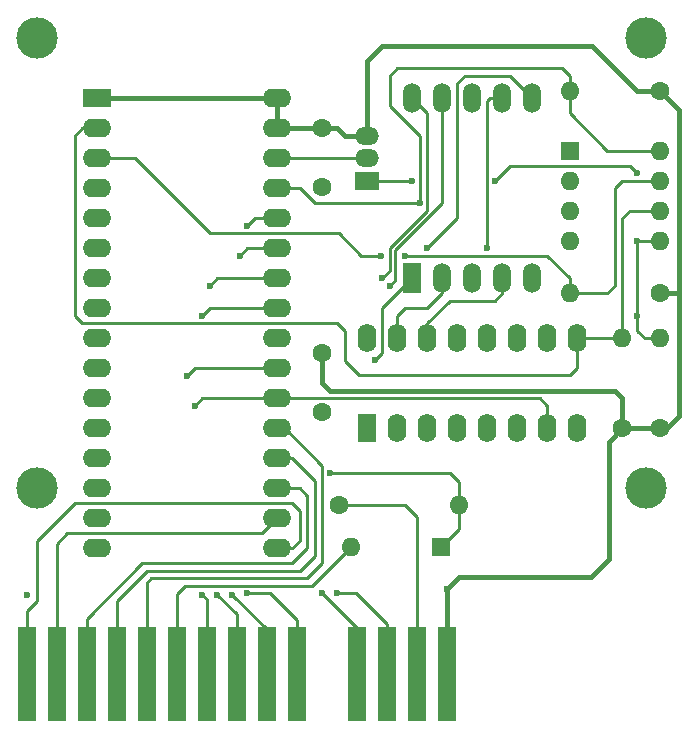
<source format=gtl>
%TF.GenerationSoftware,KiCad,Pcbnew,(5.1.8)-1*%
%TF.CreationDate,2021-04-16T20:09:20+02:00*%
%TF.ProjectId,ZX Cartridge 1983,5a582043-6172-4747-9269-646765203139,rev?*%
%TF.SameCoordinates,Original*%
%TF.FileFunction,Copper,L1,Top*%
%TF.FilePolarity,Positive*%
%FSLAX46Y46*%
G04 Gerber Fmt 4.6, Leading zero omitted, Abs format (unit mm)*
G04 Created by KiCad (PCBNEW (5.1.8)-1) date 2021-04-16 20:09:20*
%MOMM*%
%LPD*%
G01*
G04 APERTURE LIST*
%TA.AperFunction,ComponentPad*%
%ADD10C,1.600000*%
%TD*%
%TA.AperFunction,ComponentPad*%
%ADD11R,1.600000X2.400000*%
%TD*%
%TA.AperFunction,ComponentPad*%
%ADD12O,1.600000X2.400000*%
%TD*%
%TA.AperFunction,ComponentPad*%
%ADD13C,3.500000*%
%TD*%
%TA.AperFunction,SMDPad,CuDef*%
%ADD14O,2.000000X1.500000*%
%TD*%
%TA.AperFunction,SMDPad,CuDef*%
%ADD15R,2.000000X1.500000*%
%TD*%
%TA.AperFunction,ConnectorPad*%
%ADD16R,1.500000X8.000000*%
%TD*%
%TA.AperFunction,ComponentPad*%
%ADD17R,2.400000X1.600000*%
%TD*%
%TA.AperFunction,ComponentPad*%
%ADD18O,2.400000X1.600000*%
%TD*%
%TA.AperFunction,ComponentPad*%
%ADD19O,1.524000X2.524000*%
%TD*%
%TA.AperFunction,ComponentPad*%
%ADD20R,1.524000X2.524000*%
%TD*%
%TA.AperFunction,ComponentPad*%
%ADD21R,1.600000X1.600000*%
%TD*%
%TA.AperFunction,ComponentPad*%
%ADD22O,1.600000X1.600000*%
%TD*%
%TA.AperFunction,ViaPad*%
%ADD23C,0.600000*%
%TD*%
%TA.AperFunction,Conductor*%
%ADD24C,0.250000*%
%TD*%
%TA.AperFunction,Conductor*%
%ADD25C,0.381000*%
%TD*%
G04 APERTURE END LIST*
D10*
%TO.P,C2,1*%
%TO.N,VCC*%
X147574000Y-88900000D03*
%TO.P,C2,2*%
%TO.N,GND*%
X147574000Y-93900000D03*
%TD*%
D11*
%TO.P,U2,1*%
%TO.N,Net-(AFF1-Pad1)*%
X151384000Y-95250000D03*
D12*
%TO.P,U2,9*%
%TO.N,/BA16*%
X169164000Y-87630000D03*
%TO.P,U2,2*%
%TO.N,Net-(AFF1-Pad9)*%
X153924000Y-95250000D03*
%TO.P,U2,10*%
%TO.N,Net-(JP2-Pad1)*%
X166624000Y-87630000D03*
%TO.P,U2,3*%
%TO.N,Net-(AFF1-Pad10)*%
X156464000Y-95250000D03*
%TO.P,U2,11*%
%TO.N,N/C*%
X164084000Y-87630000D03*
%TO.P,U2,4*%
X159004000Y-95250000D03*
%TO.P,U2,12*%
%TO.N,Net-(AFF1-Pad7)*%
X161544000Y-87630000D03*
%TO.P,U2,5*%
%TO.N,/BA14*%
X161544000Y-95250000D03*
%TO.P,U2,13*%
%TO.N,Net-(AFF1-Pad6)*%
X159004000Y-87630000D03*
%TO.P,U2,6*%
%TO.N,/BA15*%
X164084000Y-95250000D03*
%TO.P,U2,14*%
%TO.N,Net-(AFF1-Pad4)*%
X156464000Y-87630000D03*
%TO.P,U2,7*%
%TO.N,/~MREQ*%
X166624000Y-95250000D03*
%TO.P,U2,15*%
%TO.N,Net-(AFF1-Pad2)*%
X153924000Y-87630000D03*
%TO.P,U2,8*%
%TO.N,GND*%
X169164000Y-95250000D03*
%TO.P,U2,16*%
%TO.N,VCC*%
X151384000Y-87630000D03*
%TD*%
D10*
%TO.P,C1,1*%
%TO.N,VCC*%
X147574000Y-69850000D03*
%TO.P,C1,2*%
%TO.N,GND*%
X147574000Y-74850000D03*
%TD*%
D13*
%TO.P,M1,1*%
%TO.N,N/C*%
X123444000Y-100330000D03*
%TD*%
%TO.P,M2,1*%
%TO.N,N/C*%
X175011000Y-100330000D03*
%TD*%
%TO.P,M3,1*%
%TO.N,N/C*%
X175011000Y-62230000D03*
%TD*%
%TO.P,M4,1*%
%TO.N,N/C*%
X123444000Y-62230000D03*
%TD*%
D14*
%TO.P,JP2,3*%
%TO.N,VCC*%
X151384000Y-70485000D03*
%TO.P,JP2,2*%
%TO.N,/BA17*%
X151384000Y-72390000D03*
D15*
%TO.P,JP2,1*%
%TO.N,Net-(JP2-Pad1)*%
X151384000Y-74295000D03*
%TD*%
D16*
%TO.P,J1,A1*%
%TO.N,/D3*%
X122555000Y-116078000D03*
%TO.P,J1,A2*%
%TO.N,/D4*%
X125095000Y-116078000D03*
%TO.P,J1,A3*%
%TO.N,/D5*%
X127635000Y-116078000D03*
%TO.P,J1,A4*%
%TO.N,/D6*%
X130175000Y-116078000D03*
%TO.P,J1,A5*%
%TO.N,/D7*%
X132715000Y-116078000D03*
%TO.P,J1,A6*%
%TO.N,/A14*%
X135255000Y-116078000D03*
%TO.P,J1,A7*%
%TO.N,/A10*%
X137795000Y-116078000D03*
%TO.P,J1,A8*%
%TO.N,/~MREQ*%
X140335000Y-116078000D03*
%TO.P,J1,A9*%
%TO.N,/A11*%
X142875000Y-116078000D03*
%TO.P,J1,A10*%
%TO.N,/A9*%
X145415000Y-116078000D03*
%TO.P,J1,A12*%
%TO.N,/A8*%
X150495000Y-116078000D03*
%TO.P,J1,A13*%
%TO.N,/A13*%
X153035000Y-116078000D03*
%TO.P,J1,A14*%
%TO.N,/A15*%
X155575000Y-116078000D03*
%TO.P,J1,A15*%
%TO.N,VCC*%
X158115000Y-116078000D03*
%TD*%
D17*
%TO.P,U1,1*%
%TO.N,VCC*%
X128524000Y-67310000D03*
D18*
%TO.P,U1,17*%
%TO.N,/D3*%
X143764000Y-105410000D03*
%TO.P,U1,2*%
%TO.N,/BA16*%
X128524000Y-69850000D03*
%TO.P,U1,18*%
%TO.N,/D4*%
X143764000Y-102870000D03*
%TO.P,U1,3*%
%TO.N,/BA15*%
X128524000Y-72390000D03*
%TO.P,U1,19*%
%TO.N,/D5*%
X143764000Y-100330000D03*
%TO.P,U1,4*%
%TO.N,/A12*%
X128524000Y-74930000D03*
%TO.P,U1,20*%
%TO.N,/D6*%
X143764000Y-97790000D03*
%TO.P,U1,5*%
%TO.N,/A7*%
X128524000Y-77470000D03*
%TO.P,U1,21*%
%TO.N,/D7*%
X143764000Y-95250000D03*
%TO.P,U1,6*%
%TO.N,/A6*%
X128524000Y-80010000D03*
%TO.P,U1,22*%
%TO.N,/~MREQ*%
X143764000Y-92710000D03*
%TO.P,U1,7*%
%TO.N,/A5*%
X128524000Y-82550000D03*
%TO.P,U1,23*%
%TO.N,/A10*%
X143764000Y-90170000D03*
%TO.P,U1,8*%
%TO.N,/A4*%
X128524000Y-85090000D03*
%TO.P,U1,24*%
%TO.N,/~ROM_OE*%
X143764000Y-87630000D03*
%TO.P,U1,9*%
%TO.N,/A3*%
X128524000Y-87630000D03*
%TO.P,U1,25*%
%TO.N,/A11*%
X143764000Y-85090000D03*
%TO.P,U1,10*%
%TO.N,/A2*%
X128524000Y-90170000D03*
%TO.P,U1,26*%
%TO.N,/A9*%
X143764000Y-82550000D03*
%TO.P,U1,11*%
%TO.N,/A1*%
X128524000Y-92710000D03*
%TO.P,U1,27*%
%TO.N,/A8*%
X143764000Y-80010000D03*
%TO.P,U1,12*%
%TO.N,/A0*%
X128524000Y-95250000D03*
%TO.P,U1,28*%
%TO.N,/A13*%
X143764000Y-77470000D03*
%TO.P,U1,13*%
%TO.N,/D0*%
X128524000Y-97790000D03*
%TO.P,U1,29*%
%TO.N,/BA14*%
X143764000Y-74930000D03*
%TO.P,U1,14*%
%TO.N,/D1*%
X128524000Y-100330000D03*
%TO.P,U1,30*%
%TO.N,/BA17*%
X143764000Y-72390000D03*
%TO.P,U1,15*%
%TO.N,/D2*%
X128524000Y-102870000D03*
%TO.P,U1,31*%
%TO.N,VCC*%
X143764000Y-69850000D03*
%TO.P,U1,16*%
%TO.N,GND*%
X128524000Y-105410000D03*
%TO.P,U1,32*%
%TO.N,VCC*%
X143764000Y-67310000D03*
%TD*%
D19*
%TO.P,AFF1,10*%
%TO.N,Net-(AFF1-Pad10)*%
X155194000Y-67310000D03*
%TO.P,AFF1,9*%
%TO.N,Net-(AFF1-Pad9)*%
X157734000Y-67310000D03*
%TO.P,AFF1,8*%
%TO.N,GND*%
X160274000Y-67310000D03*
%TO.P,AFF1,7*%
%TO.N,Net-(AFF1-Pad7)*%
X162814000Y-67310000D03*
%TO.P,AFF1,6*%
%TO.N,Net-(AFF1-Pad6)*%
X165354000Y-67310000D03*
%TO.P,AFF1,5*%
%TO.N,N/C*%
X165354000Y-82550000D03*
%TO.P,AFF1,4*%
%TO.N,Net-(AFF1-Pad4)*%
X162814000Y-82550000D03*
%TO.P,AFF1,3*%
%TO.N,GND*%
X160274000Y-82550000D03*
%TO.P,AFF1,2*%
%TO.N,Net-(AFF1-Pad2)*%
X157734000Y-82550000D03*
D20*
%TO.P,AFF1,1*%
%TO.N,Net-(AFF1-Pad1)*%
X155194000Y-82550000D03*
%TD*%
D21*
%TO.P,D1,1*%
%TO.N,/~ROM_OE*%
X157607000Y-105283000D03*
D22*
%TO.P,D1,2*%
%TO.N,/A14*%
X149987000Y-105283000D03*
%TD*%
D10*
%TO.P,R1,1*%
%TO.N,/A15*%
X148971000Y-101727000D03*
D22*
%TO.P,R1,2*%
%TO.N,/~ROM_OE*%
X159131000Y-101727000D03*
%TD*%
D21*
%TO.P,SW1,1*%
%TO.N,GND*%
X168529000Y-71755000D03*
D22*
%TO.P,SW1,5*%
%TO.N,Net-(JP2-Pad1)*%
X176149000Y-79375000D03*
%TO.P,SW1,2*%
%TO.N,GND*%
X168529000Y-74295000D03*
%TO.P,SW1,6*%
%TO.N,/BA16*%
X176149000Y-76835000D03*
%TO.P,SW1,3*%
%TO.N,GND*%
X168529000Y-76835000D03*
%TO.P,SW1,7*%
%TO.N,/BA15*%
X176149000Y-74295000D03*
%TO.P,SW1,4*%
%TO.N,GND*%
X168529000Y-79375000D03*
%TO.P,SW1,8*%
%TO.N,/BA14*%
X176149000Y-71755000D03*
%TD*%
D10*
%TO.P,R4,1*%
%TO.N,VCC*%
X172974000Y-95250000D03*
D22*
%TO.P,R4,2*%
%TO.N,/BA16*%
X172974000Y-87630000D03*
%TD*%
D10*
%TO.P,R2,1*%
%TO.N,VCC*%
X176149000Y-66675000D03*
D22*
%TO.P,R2,2*%
%TO.N,/BA14*%
X168529000Y-66675000D03*
%TD*%
%TO.P,R3,2*%
%TO.N,/BA15*%
X168529000Y-83820000D03*
D10*
%TO.P,R3,1*%
%TO.N,VCC*%
X176149000Y-83820000D03*
%TD*%
%TO.P,R5,1*%
%TO.N,VCC*%
X176149000Y-95250000D03*
D22*
%TO.P,R5,2*%
%TO.N,Net-(JP2-Pad1)*%
X176149000Y-87630000D03*
%TD*%
D23*
%TO.N,/A10*%
X136144000Y-90805000D03*
X137414000Y-109345978D03*
%TO.N,/A11*%
X137414000Y-85725000D03*
X139954000Y-109345978D03*
%TO.N,/A9*%
X138049000Y-83185000D03*
X141224000Y-109220000D03*
%TO.N,/A8*%
X147574000Y-109220000D03*
X140589000Y-80645000D03*
%TO.N,GND*%
X122555000Y-109347000D03*
%TO.N,VCC*%
X158115000Y-108839000D03*
%TO.N,/A13*%
X148844000Y-109220000D03*
X141224000Y-78105000D03*
%TO.N,/~MREQ*%
X136779000Y-93344992D03*
X138684000Y-109345978D03*
%TO.N,Net-(AFF1-Pad10)*%
X152654000Y-82550000D03*
%TO.N,Net-(AFF1-Pad9)*%
X153289000Y-83185000D03*
%TO.N,Net-(AFF1-Pad7)*%
X161544000Y-80010000D03*
%TO.N,Net-(AFF1-Pad6)*%
X156464000Y-80010000D03*
%TO.N,Net-(AFF1-Pad1)*%
X152001244Y-89517244D03*
%TO.N,/~ROM_OE*%
X148209000Y-99060000D03*
%TO.N,Net-(JP2-Pad1)*%
X174244000Y-73660000D03*
X174244000Y-79375000D03*
X155194000Y-74295000D03*
X162179000Y-74295000D03*
X174244000Y-85725000D03*
%TO.N,/BA14*%
X155829000Y-76200000D03*
%TO.N,/BA15*%
X152529558Y-80645000D03*
X154559000Y-80645000D03*
%TD*%
D24*
%TO.N,/A10*%
X136144000Y-90805000D02*
X136779000Y-90170000D01*
X136779000Y-90170000D02*
X143764000Y-90170000D01*
X137795000Y-116078000D02*
X137795000Y-109726978D01*
X137795000Y-109726978D02*
X137414000Y-109345978D01*
%TO.N,/A11*%
X143764000Y-85090000D02*
X138049000Y-85090000D01*
X138049000Y-85090000D02*
X137414000Y-85725000D01*
X142875000Y-116078000D02*
X142875000Y-112266978D01*
X142875000Y-112266978D02*
X139954000Y-109345978D01*
%TO.N,/A9*%
X138049000Y-83185000D02*
X138684000Y-82550000D01*
X138684000Y-82550000D02*
X143764000Y-82550000D01*
X143129000Y-109220000D02*
X141224000Y-109220000D01*
X145415000Y-116078000D02*
X145415000Y-111506000D01*
X145415000Y-111506000D02*
X143129000Y-109220000D01*
%TO.N,/A8*%
X150495000Y-112141000D02*
X147574000Y-109220000D01*
X150495000Y-116078000D02*
X150495000Y-112141000D01*
X141224000Y-80010000D02*
X140589000Y-80645000D01*
X143764000Y-80010000D02*
X141224000Y-80010000D01*
D25*
%TO.N,VCC*%
X128524000Y-67310000D02*
X143764000Y-67310000D01*
X143764000Y-69850000D02*
X143764000Y-67310000D01*
X143764000Y-69850000D02*
X147574000Y-69850000D01*
X149479000Y-70485000D02*
X148844000Y-69850000D01*
X151384000Y-70485000D02*
X149479000Y-70485000D01*
X147574000Y-69850000D02*
X148844000Y-69850000D01*
X172974000Y-95250000D02*
X176149000Y-95250000D01*
X177777790Y-94256210D02*
X177777790Y-84813790D01*
X176784000Y-95250000D02*
X177777790Y-94256210D01*
X176149000Y-95250000D02*
X176784000Y-95250000D01*
X151384000Y-64135000D02*
X151384000Y-70485000D01*
X152654000Y-62865000D02*
X151384000Y-64135000D01*
X170434000Y-62865000D02*
X152654000Y-62865000D01*
X174244000Y-66675000D02*
X170434000Y-62865000D01*
X176149000Y-66675000D02*
X174244000Y-66675000D01*
X177777790Y-68303790D02*
X176149000Y-66675000D01*
X177777790Y-82826210D02*
X177777790Y-68303790D01*
X177777790Y-82826210D02*
X177777790Y-83543790D01*
X177755580Y-83820000D02*
X177777790Y-83797790D01*
X176784000Y-83820000D02*
X177755580Y-83820000D01*
X177777790Y-83797790D02*
X177777790Y-84813790D01*
X177777790Y-83543790D02*
X177777790Y-83797790D01*
X158115000Y-116078000D02*
X158115000Y-108839000D01*
X171831000Y-106299000D02*
X171831000Y-96393000D01*
X171831000Y-96393000D02*
X172974000Y-95250000D01*
X159131000Y-107823000D02*
X170307000Y-107823000D01*
X170307000Y-107823000D02*
X171831000Y-106299000D01*
X158115000Y-108839000D02*
X159131000Y-107823000D01*
X172974000Y-92710000D02*
X172974000Y-95250000D01*
X151384000Y-92075000D02*
X172339000Y-92075000D01*
X172339000Y-92075000D02*
X172974000Y-92710000D01*
X151384000Y-92075000D02*
X148209000Y-92075000D01*
X147574000Y-91440000D02*
X147574000Y-88900000D01*
X148209000Y-92075000D02*
X147574000Y-91440000D01*
D24*
%TO.N,/D7*%
X144399000Y-95250000D02*
X143764000Y-95250000D01*
X147574000Y-98425000D02*
X144399000Y-95250000D01*
X147574000Y-106680000D02*
X147574000Y-98425000D01*
X133096000Y-107950000D02*
X146304000Y-107950000D01*
X146304000Y-107950000D02*
X147574000Y-106680000D01*
X132715000Y-108331000D02*
X133096000Y-107950000D01*
X132715000Y-116078000D02*
X132715000Y-108331000D01*
%TO.N,/D6*%
X146939000Y-99695000D02*
X145034000Y-97790000D01*
X146939000Y-106045000D02*
X146939000Y-99695000D01*
X132715000Y-107315000D02*
X145669000Y-107315000D01*
X145034000Y-97790000D02*
X143764000Y-97790000D01*
X130175000Y-109855000D02*
X132715000Y-107315000D01*
X145669000Y-107315000D02*
X146939000Y-106045000D01*
X130175000Y-116078000D02*
X130175000Y-109855000D01*
%TO.N,/D5*%
X145669000Y-100330000D02*
X143764000Y-100330000D01*
X146304000Y-100965000D02*
X145669000Y-100330000D01*
X146304000Y-105410000D02*
X146304000Y-100965000D01*
X145034000Y-106680000D02*
X146304000Y-105410000D01*
X132334000Y-106680000D02*
X145034000Y-106680000D01*
X127635000Y-111379000D02*
X132334000Y-106680000D01*
X127635000Y-116078000D02*
X127635000Y-111379000D01*
%TO.N,/D4*%
X142494000Y-104140000D02*
X143764000Y-102870000D01*
X125984000Y-104140000D02*
X142494000Y-104140000D01*
X125095000Y-105029000D02*
X125984000Y-104140000D01*
X125095000Y-116078000D02*
X125095000Y-105029000D01*
%TO.N,/D3*%
X145034000Y-105410000D02*
X143764000Y-105410000D01*
X145669000Y-102235000D02*
X145669000Y-104775000D01*
X145669000Y-104775000D02*
X145034000Y-105410000D01*
X126619000Y-101600000D02*
X145034000Y-101600000D01*
X145034000Y-101600000D02*
X145669000Y-102235000D01*
X123444000Y-104775000D02*
X126619000Y-101600000D01*
X123444000Y-109855000D02*
X123444000Y-104775000D01*
X122555000Y-110744000D02*
X123444000Y-109855000D01*
X122555000Y-116078000D02*
X122555000Y-110744000D01*
%TO.N,/A13*%
X150427000Y-109220000D02*
X148844000Y-109220000D01*
X153035000Y-111828000D02*
X150427000Y-109220000D01*
X153035000Y-116078000D02*
X153035000Y-111828000D01*
X141224000Y-78105000D02*
X141859000Y-77470000D01*
X141859000Y-77470000D02*
X143764000Y-77470000D01*
%TO.N,/~MREQ*%
X143764000Y-92710000D02*
X137413992Y-92710000D01*
X137413992Y-92710000D02*
X136779000Y-93344992D01*
X140335000Y-110996978D02*
X138684000Y-109345978D01*
X140335000Y-116078000D02*
X140335000Y-110996978D01*
X166624000Y-95250000D02*
X166624000Y-93980000D01*
X143764000Y-92710000D02*
X165989000Y-92710000D01*
X166624000Y-93345000D02*
X166624000Y-93980000D01*
X165989000Y-92710000D02*
X166624000Y-93345000D01*
%TO.N,/BA17*%
X143764000Y-72390000D02*
X151384000Y-72390000D01*
%TO.N,Net-(AFF1-Pad10)*%
X156464000Y-68580000D02*
X155194000Y-67310000D01*
X153279001Y-81924999D02*
X153279001Y-80019999D01*
X156464000Y-76835000D02*
X156464000Y-68580000D01*
X152654000Y-82550000D02*
X153279001Y-81924999D01*
X153279001Y-80019999D02*
X156464000Y-76835000D01*
%TO.N,Net-(AFF1-Pad9)*%
X157734000Y-67310000D02*
X157734000Y-76201410D01*
X153729012Y-80206398D02*
X153729012Y-82744988D01*
X157734000Y-76201410D02*
X153729012Y-80206398D01*
X153729012Y-82744988D02*
X153289000Y-83185000D01*
%TO.N,Net-(AFF1-Pad7)*%
X162814000Y-67310000D02*
X161802000Y-67310000D01*
X161802000Y-67310000D02*
X161544000Y-67568000D01*
X161544000Y-67568000D02*
X161544000Y-80010000D01*
%TO.N,Net-(AFF1-Pad6)*%
X159639000Y-65405000D02*
X159004000Y-66040000D01*
X165354000Y-67310000D02*
X163449000Y-65405000D01*
X163449000Y-65405000D02*
X159639000Y-65405000D01*
X159004000Y-66040000D02*
X159004000Y-77470000D01*
X159004000Y-77470000D02*
X156464000Y-80010000D01*
%TO.N,Net-(AFF1-Pad4)*%
X162814000Y-83820000D02*
X162814000Y-82550000D01*
X162179000Y-84455000D02*
X162814000Y-83820000D01*
X158369000Y-84455000D02*
X162179000Y-84455000D01*
X156464000Y-86360000D02*
X158369000Y-84455000D01*
X156464000Y-87630000D02*
X156464000Y-86360000D01*
%TO.N,Net-(AFF1-Pad2)*%
X157734000Y-83820000D02*
X157734000Y-82550000D01*
X156464000Y-85090000D02*
X157734000Y-83820000D01*
X154559000Y-85090000D02*
X156464000Y-85090000D01*
X153924000Y-85725000D02*
X154559000Y-85090000D01*
X153924000Y-87630000D02*
X153924000Y-85725000D01*
%TO.N,Net-(AFF1-Pad1)*%
X155194000Y-82550000D02*
X152654000Y-85090000D01*
X152654000Y-85090000D02*
X152654000Y-88864488D01*
X152654000Y-88864488D02*
X152001244Y-89517244D01*
%TO.N,/~ROM_OE*%
X159131000Y-103759000D02*
X157607000Y-105283000D01*
X159131000Y-101727000D02*
X159131000Y-103759000D01*
X148209000Y-99060000D02*
X158369000Y-99060000D01*
X159131000Y-99822000D02*
X159131000Y-101727000D01*
X158369000Y-99060000D02*
X159131000Y-99822000D01*
%TO.N,/A14*%
X146685000Y-108585000D02*
X149987000Y-105283000D01*
X135255000Y-109283500D02*
X135953500Y-108585000D01*
X135953500Y-108585000D02*
X146685000Y-108585000D01*
X135255000Y-116078000D02*
X135255000Y-109283500D01*
%TO.N,/A15*%
X155575000Y-116078000D02*
X155575000Y-102743000D01*
X154559000Y-101727000D02*
X148971000Y-101727000D01*
X155575000Y-102743000D02*
X154559000Y-101727000D01*
%TO.N,Net-(JP2-Pad1)*%
X174879000Y-79375000D02*
X176149000Y-79375000D01*
X174879000Y-87630000D02*
X174244000Y-86995000D01*
X176149000Y-87630000D02*
X174879000Y-87630000D01*
X174244000Y-79375000D02*
X174244000Y-80010000D01*
X174244000Y-79375000D02*
X174879000Y-79375000D01*
X151384000Y-74295000D02*
X155194000Y-74295000D01*
X174244000Y-73660000D02*
X173609000Y-73025000D01*
X173609000Y-73025000D02*
X163449000Y-73025000D01*
X163449000Y-73025000D02*
X162179000Y-74295000D01*
X174244000Y-85725000D02*
X174244000Y-80010000D01*
X174244000Y-86995000D02*
X174244000Y-85725000D01*
%TO.N,/BA14*%
X155829000Y-70485000D02*
X155829000Y-74930000D01*
X153289000Y-67945000D02*
X155829000Y-70485000D01*
X153289000Y-65405000D02*
X153289000Y-67945000D01*
X153924000Y-64770000D02*
X153289000Y-65405000D01*
X167894000Y-64770000D02*
X153924000Y-64770000D01*
X168529000Y-65405000D02*
X167894000Y-64770000D01*
X168529000Y-66675000D02*
X168529000Y-65405000D01*
X145669000Y-74930000D02*
X146939000Y-76200000D01*
X143764000Y-74930000D02*
X145669000Y-74930000D01*
X154559000Y-76200000D02*
X146939000Y-76200000D01*
X155829000Y-74930000D02*
X155829000Y-76200000D01*
X154559000Y-76200000D02*
X155829000Y-76200000D01*
X168529000Y-68580000D02*
X171704000Y-71755000D01*
X171704000Y-71755000D02*
X176149000Y-71755000D01*
X168529000Y-66675000D02*
X168529000Y-68580000D01*
%TO.N,/BA15*%
X172339000Y-74930000D02*
X172974000Y-74295000D01*
X172974000Y-74295000D02*
X176149000Y-74295000D01*
X172339000Y-83185000D02*
X172339000Y-74930000D01*
X171704000Y-83820000D02*
X172339000Y-83185000D01*
X168529000Y-83820000D02*
X171704000Y-83820000D01*
X168529000Y-82550000D02*
X166624000Y-80645000D01*
X166624000Y-80645000D02*
X154559000Y-80645000D01*
X168529000Y-83820000D02*
X168529000Y-82550000D01*
X150854368Y-80645000D02*
X152529558Y-80645000D01*
X148949368Y-78740000D02*
X150854368Y-80645000D01*
X138049000Y-78740000D02*
X148949368Y-78740000D01*
X131699000Y-72390000D02*
X138049000Y-78740000D01*
X128524000Y-72390000D02*
X131699000Y-72390000D01*
%TO.N,/BA16*%
X172974000Y-87630000D02*
X172974000Y-77470000D01*
X173609000Y-76835000D02*
X176149000Y-76835000D01*
X172974000Y-77470000D02*
X173609000Y-76835000D01*
X169164000Y-87630000D02*
X172974000Y-87630000D01*
X127254000Y-69850000D02*
X128524000Y-69850000D01*
X126619000Y-70485000D02*
X127254000Y-69850000D01*
X126619000Y-85725000D02*
X126619000Y-70485000D01*
X127254000Y-86360000D02*
X126619000Y-85725000D01*
X149479000Y-86995000D02*
X148844000Y-86360000D01*
X150703498Y-90759498D02*
X149479000Y-89535000D01*
X149479000Y-89535000D02*
X149479000Y-86995000D01*
X168574502Y-90759498D02*
X150703498Y-90759498D01*
X169164000Y-90170000D02*
X168574502Y-90759498D01*
X148844000Y-86360000D02*
X127254000Y-86360000D01*
X169164000Y-87630000D02*
X169164000Y-90170000D01*
%TD*%
M02*

</source>
